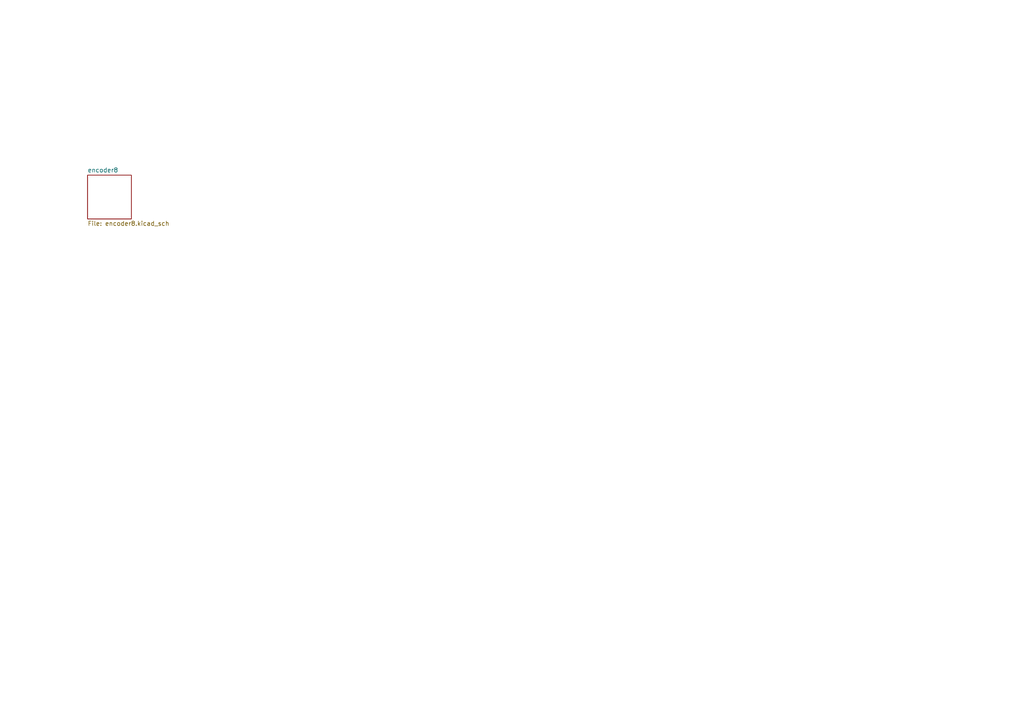
<source format=kicad_sch>
(kicad_sch
	(version 20250114)
	(generator "eeschema")
	(generator_version "9.0")
	(uuid "e70b5343-6e83-46b0-b96e-745e0612c526")
	(paper "A4")
	(lib_symbols)
	(sheet
		(at 25.4 50.8)
		(size 12.7 12.7)
		(exclude_from_sim no)
		(in_bom yes)
		(on_board yes)
		(dnp no)
		(fields_autoplaced yes)
		(stroke
			(width 0.1524)
			(type solid)
		)
		(fill
			(color 0 0 0 0.0000)
		)
		(uuid "367b9b66-c086-4c45-bb6f-37a1126e2df2")
		(property "Sheetname" "encoder8"
			(at 25.4 50.0884 0)
			(effects
				(font
					(size 1.27 1.27)
				)
				(justify left bottom)
			)
		)
		(property "Sheetfile" "encoder8.kicad_sch"
			(at 25.4 64.0846 0)
			(effects
				(font
					(size 1.27 1.27)
				)
				(justify left top)
			)
		)
		(instances
			(project "NiController_encoder8"
				(path "/e70b5343-6e83-46b0-b96e-745e0612c526"
					(page "28")
				)
			)
		)
	)
	(sheet_instances
		(path "/"
			(page "1")
		)
	)
	(embedded_fonts no)
)

</source>
